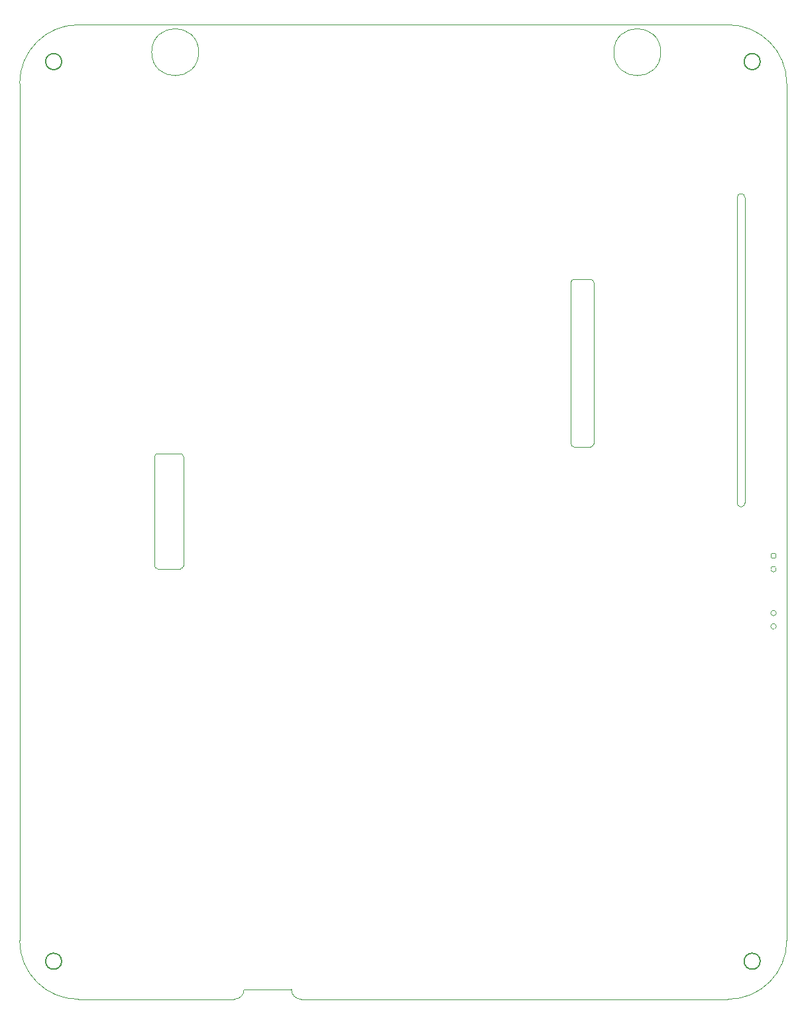
<source format=gbr>
%TF.GenerationSoftware,KiCad,Pcbnew,8.0.4*%
%TF.CreationDate,2024-10-18T18:06:38+03:00*%
%TF.ProjectId,beepy,62656570-792e-46b6-9963-61645f706362,rev?*%
%TF.SameCoordinates,Original*%
%TF.FileFunction,Profile,NP*%
%FSLAX46Y46*%
G04 Gerber Fmt 4.6, Leading zero omitted, Abs format (unit mm)*
G04 Created by KiCad (PCBNEW 8.0.4) date 2024-10-18 18:06:38*
%MOMM*%
%LPD*%
G01*
G04 APERTURE LIST*
%TA.AperFunction,Profile*%
%ADD10C,0.100000*%
%TD*%
%TA.AperFunction,Profile*%
%ADD11C,0.200000*%
%TD*%
%TA.AperFunction,Profile*%
%ADD12C,0.120000*%
%TD*%
G04 APERTURE END LIST*
D10*
X15373117Y-3500000D02*
G75*
G02*
X9373117Y-3500000I-3000000J0D01*
G01*
X9373117Y-3500000D02*
G75*
G02*
X15373117Y-3500000I3000000J0D01*
G01*
X84153553Y-22053553D02*
G75*
G02*
X84653553Y-21553553I500047J-47D01*
G01*
X74400000Y-3500000D02*
G75*
G02*
X68400000Y-3500000I-3000000J0D01*
G01*
X68400000Y-3500000D02*
G75*
G02*
X74400000Y-3500000I3000000J0D01*
G01*
X13038013Y-54740000D02*
G75*
G02*
X13438000Y-55140000I-13J-400000D01*
G01*
X10138013Y-69440000D02*
G75*
G02*
X9738000Y-69040000I-13J400000D01*
G01*
D11*
X-2125000Y-119550000D02*
G75*
G02*
X-4175000Y-119550000I-1025000J0D01*
G01*
X-4175000Y-119550000D02*
G75*
G02*
X-2125000Y-119550000I1025000J0D01*
G01*
D10*
X65850000Y-53475000D02*
G75*
G02*
X65449999Y-53875000I-400000J0D01*
G01*
D11*
X87100000Y-4700000D02*
G75*
G02*
X85050000Y-4700000I-1025000J0D01*
G01*
X85050000Y-4700000D02*
G75*
G02*
X87100000Y-4700000I1025000J0D01*
G01*
D10*
X84653553Y-61553553D02*
G75*
G02*
X84153647Y-61053553I47J499953D01*
G01*
X62927843Y-32900000D02*
G75*
G02*
X63337842Y-32500044I404957J-5000D01*
G01*
X21176117Y-123146117D02*
G75*
G02*
X19926117Y-124396117I-1250017J17D01*
G01*
X-7500000Y-116900000D02*
X-7500000Y-7500000D01*
X19926117Y-124396117D02*
X0Y-124400000D01*
X83000000Y0D02*
X0Y0D01*
D11*
X-2125000Y-4700000D02*
G75*
G02*
X-4175000Y-4700000I-1025000J0D01*
G01*
X-4175000Y-4700000D02*
G75*
G02*
X-2125000Y-4700000I1025000J0D01*
G01*
D10*
X28463883Y-124396117D02*
X83000000Y-124400000D01*
X65450000Y-32500000D02*
G75*
G02*
X65850000Y-32900000I0J-400000D01*
G01*
X13438014Y-69040001D02*
G75*
G02*
X13038013Y-69440014I-400014J1D01*
G01*
X62927843Y-32900000D02*
X62927843Y-53475000D01*
X65450000Y-32500000D02*
X63337843Y-32500000D01*
X84153553Y-22053553D02*
X84153553Y-61053553D01*
X65449999Y-53874999D02*
X63327842Y-53874999D01*
X13038013Y-54740000D02*
X10148013Y-54740000D01*
D11*
X87100000Y-119550000D02*
G75*
G02*
X85050000Y-119550000I-1025000J0D01*
G01*
X85050000Y-119550000D02*
G75*
G02*
X87100000Y-119550000I1025000J0D01*
G01*
D10*
X13438013Y-55140000D02*
X13438013Y-69040000D01*
X27213883Y-123146117D02*
X21176117Y-123146117D01*
X13038013Y-69440000D02*
X10138013Y-69440000D01*
X63327842Y-53874999D02*
G75*
G02*
X62927801Y-53474999I-42J399999D01*
G01*
X-7500000Y-7500000D02*
G75*
G02*
X0Y0I7500000J0D01*
G01*
X90500000Y-116900000D02*
G75*
G02*
X83000000Y-124400000I-7500000J0D01*
G01*
X65850000Y-32900000D02*
X65850000Y-53475000D01*
X85153553Y-22053553D02*
X85153553Y-61053553D01*
X83000000Y0D02*
G75*
G02*
X90500000Y-7500000I0J-7500000D01*
G01*
X9738013Y-55140000D02*
G75*
G02*
X10148013Y-54740013I404987J-5000D01*
G01*
X84653553Y-21553553D02*
G75*
G02*
X85153647Y-22053553I47J-500047D01*
G01*
X90500000Y-7500000D02*
X90500000Y-116900000D01*
X0Y-124400000D02*
G75*
G02*
X-7500000Y-116900000I0J7500000D01*
G01*
X28463883Y-124396117D02*
G75*
G02*
X27213883Y-123146117I17J1250017D01*
G01*
X85153553Y-61053553D02*
G75*
G02*
X84653553Y-61553553I-499953J-47D01*
G01*
X9738013Y-55140000D02*
X9738013Y-69040000D01*
D12*
%TO.C,SW1*%
X89150000Y-75100000D02*
G75*
G02*
X88450000Y-75100000I-350000J0D01*
G01*
X88450000Y-75100000D02*
G75*
G02*
X89150000Y-75100000I350000J0D01*
G01*
X89150000Y-76800000D02*
G75*
G02*
X88450000Y-76800000I-350000J0D01*
G01*
X88450000Y-76800000D02*
G75*
G02*
X89150000Y-76800000I350000J0D01*
G01*
%TO.C,SW3*%
X89150000Y-67790000D02*
G75*
G02*
X88450000Y-67790000I-350000J0D01*
G01*
X88450000Y-67790000D02*
G75*
G02*
X89150000Y-67790000I350000J0D01*
G01*
X89150000Y-69490000D02*
G75*
G02*
X88450000Y-69490000I-350000J0D01*
G01*
X88450000Y-69490000D02*
G75*
G02*
X89150000Y-69490000I350000J0D01*
G01*
%TD*%
M02*

</source>
